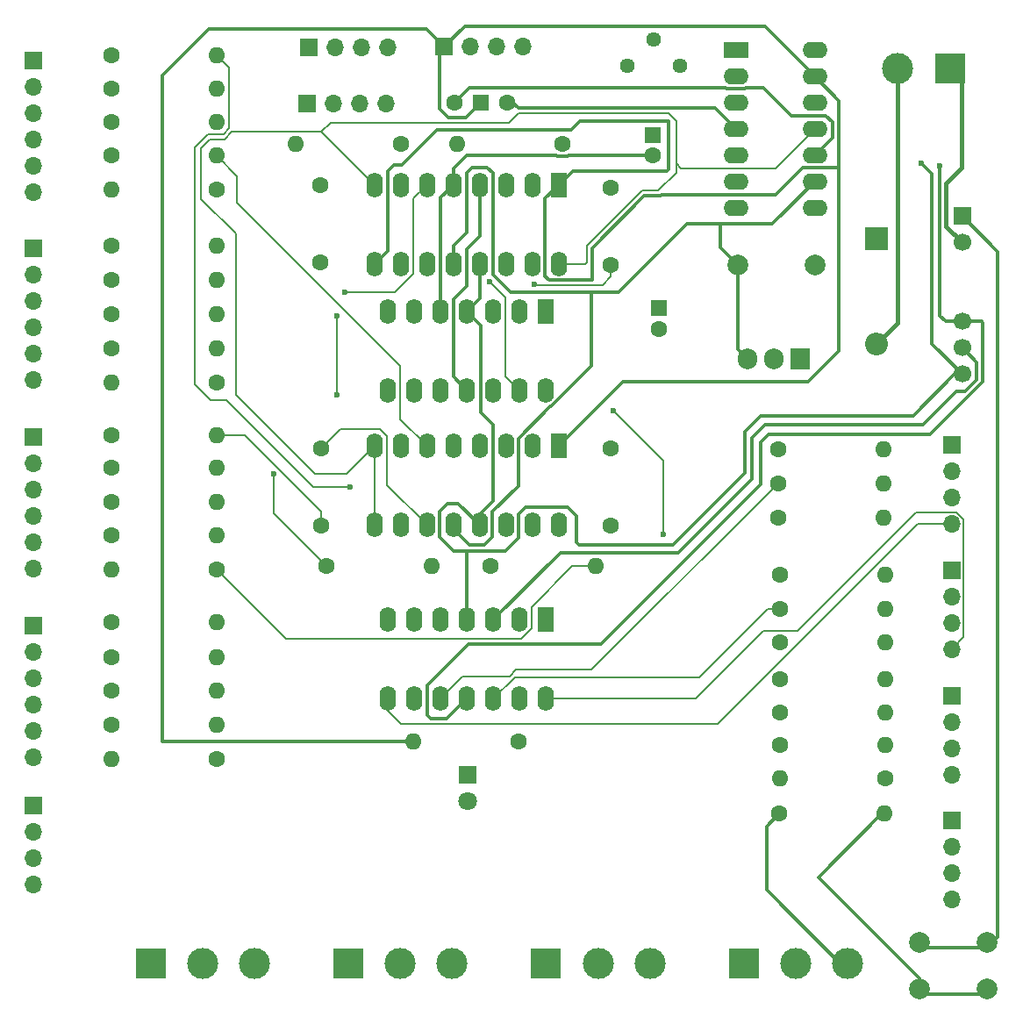
<source format=gbr>
%TF.GenerationSoftware,KiCad,Pcbnew,7.0.11*%
%TF.CreationDate,2025-06-15T15:22:59+10:00*%
%TF.ProjectId,Analog computer,416e616c-6f67-4206-936f-6d7075746572,rev?*%
%TF.SameCoordinates,Original*%
%TF.FileFunction,Copper,L1,Top*%
%TF.FilePolarity,Positive*%
%FSLAX46Y46*%
G04 Gerber Fmt 4.6, Leading zero omitted, Abs format (unit mm)*
G04 Created by KiCad (PCBNEW 7.0.11) date 2025-06-15 15:22:59*
%MOMM*%
%LPD*%
G01*
G04 APERTURE LIST*
%TA.AperFunction,ComponentPad*%
%ADD10R,1.700000X1.700000*%
%TD*%
%TA.AperFunction,ComponentPad*%
%ADD11O,1.700000X1.700000*%
%TD*%
%TA.AperFunction,ComponentPad*%
%ADD12C,1.600000*%
%TD*%
%TA.AperFunction,ComponentPad*%
%ADD13O,1.600000X1.600000*%
%TD*%
%TA.AperFunction,ComponentPad*%
%ADD14R,1.600000X1.600000*%
%TD*%
%TA.AperFunction,ComponentPad*%
%ADD15R,1.800000X1.800000*%
%TD*%
%TA.AperFunction,ComponentPad*%
%ADD16C,1.800000*%
%TD*%
%TA.AperFunction,ComponentPad*%
%ADD17R,2.200000X2.200000*%
%TD*%
%TA.AperFunction,ComponentPad*%
%ADD18O,2.200000X2.200000*%
%TD*%
%TA.AperFunction,ComponentPad*%
%ADD19R,1.600000X2.400000*%
%TD*%
%TA.AperFunction,ComponentPad*%
%ADD20O,1.600000X2.400000*%
%TD*%
%TA.AperFunction,ComponentPad*%
%ADD21R,2.400000X1.600000*%
%TD*%
%TA.AperFunction,ComponentPad*%
%ADD22O,2.400000X1.600000*%
%TD*%
%TA.AperFunction,ComponentPad*%
%ADD23R,3.000000X3.000000*%
%TD*%
%TA.AperFunction,ComponentPad*%
%ADD24C,3.000000*%
%TD*%
%TA.AperFunction,ComponentPad*%
%ADD25R,1.905000X2.000000*%
%TD*%
%TA.AperFunction,ComponentPad*%
%ADD26O,1.905000X2.000000*%
%TD*%
%TA.AperFunction,ComponentPad*%
%ADD27C,2.000000*%
%TD*%
%TA.AperFunction,ComponentPad*%
%ADD28R,1.500000X1.500000*%
%TD*%
%TA.AperFunction,ComponentPad*%
%ADD29C,1.440000*%
%TD*%
%TA.AperFunction,ComponentPad*%
%ADD30C,1.700000*%
%TD*%
%TA.AperFunction,ViaPad*%
%ADD31C,0.600000*%
%TD*%
%TA.AperFunction,Conductor*%
%ADD32C,0.200000*%
%TD*%
%TA.AperFunction,Conductor*%
%ADD33C,0.350000*%
%TD*%
%TA.AperFunction,Conductor*%
%ADD34C,0.400000*%
%TD*%
G04 APERTURE END LIST*
D10*
%TO.P,J2,1,Pin_1*%
%TO.N,+15V*%
X99670000Y-41180000D03*
D11*
%TO.P,J2,2,Pin_2*%
X102210000Y-41180000D03*
%TO.P,J2,3,Pin_3*%
X104750000Y-41180000D03*
%TO.P,J2,4,Pin_4*%
X107290000Y-41180000D03*
%TD*%
D12*
%TO.P,R6,1*%
%TO.N,Net-(U1C-+)*%
X144920000Y-83220000D03*
D13*
%TO.P,R6,2*%
%TO.N,summer A input 2*%
X155080000Y-83220000D03*
%TD*%
D14*
%TO.P,C1,1*%
%TO.N,Net-(C1-Pad1)*%
X132840000Y-49610000D03*
D12*
%TO.P,C1,2*%
%TO.N,GND*%
X132840000Y-51610000D03*
%TD*%
D10*
%TO.P,COEF_A\u002CB1,1,Pin_1*%
%TO.N,Coef A input*%
X73040000Y-114280000D03*
D11*
%TO.P,COEF_A\u002CB1,2,Pin_2*%
%TO.N,Coef A Output*%
X73040000Y-116820000D03*
%TO.P,COEF_A\u002CB1,3,Pin_3*%
%TO.N,Coef B input*%
X73040000Y-119360000D03*
%TO.P,COEF_A\u002CB1,4,Pin_4*%
%TO.N,Coef B Output*%
X73040000Y-121900000D03*
%TD*%
D12*
%TO.P,R5,1*%
%TO.N,Net-(U1C-+)*%
X144920000Y-79930000D03*
D13*
%TO.P,R5,2*%
%TO.N,summer A input 1*%
X155080000Y-79930000D03*
%TD*%
D12*
%TO.P,R33,1*%
%TO.N,initial voltage input D*%
X80550000Y-96650000D03*
D13*
%TO.P,R33,2*%
%TO.N,Net-(C5-Pad2)*%
X90710000Y-96650000D03*
%TD*%
D12*
%TO.P,R3,1*%
%TO.N,Inverter B ouput*%
X155230000Y-111700000D03*
D13*
%TO.P,R3,2*%
%TO.N,Net-(U1B--)*%
X145070000Y-111700000D03*
%TD*%
D12*
%TO.P,C2,1*%
%TO.N,Net-(U4A--)*%
X128778000Y-79816000D03*
%TO.P,C2,2*%
%TO.N,Net-(C2-Pad2)*%
X128778000Y-87316000D03*
%TD*%
%TO.P,R36,1*%
%TO.N,Net-(U1C-+)*%
X144920000Y-86510000D03*
D13*
%TO.P,R36,2*%
%TO.N,summer A input 3 (10x)*%
X155080000Y-86510000D03*
%TD*%
D12*
%TO.P,R9,1*%
%TO.N,int A input 2*%
X80550000Y-48370000D03*
D13*
%TO.P,R9,2*%
%TO.N,Net-(R41-Pad2)*%
X90710000Y-48370000D03*
%TD*%
D15*
%TO.P,D1,1,K*%
%TO.N,GND*%
X114990000Y-111360000D03*
D16*
%TO.P,D1,2,A*%
%TO.N,Net-(D1-A)*%
X114990000Y-113900000D03*
%TD*%
D17*
%TO.P,D2,1,K*%
%TO.N,Net-(D2-K)*%
X154410000Y-59610000D03*
D18*
%TO.P,D2,2,A*%
%TO.N,Net-(D2-A)*%
X154410000Y-69770000D03*
%TD*%
D12*
%TO.P,R29,1*%
%TO.N,int D input 1*%
X80550000Y-99970000D03*
D13*
%TO.P,R29,2*%
%TO.N,Net-(R18-Pad2)*%
X90710000Y-99970000D03*
%TD*%
D19*
%TO.P,U1,1*%
%TO.N,Inverter A ouput*%
X122520000Y-96380000D03*
D20*
%TO.P,U1,2,-*%
%TO.N,Net-(U1A--)*%
X119980000Y-96380000D03*
%TO.P,U1,3,+*%
%TO.N,GND*%
X117440000Y-96380000D03*
%TO.P,U1,4,V+*%
%TO.N,+15V*%
X114900000Y-96380000D03*
%TO.P,U1,5,+*%
%TO.N,GND*%
X112360000Y-96380000D03*
%TO.P,U1,6,-*%
%TO.N,Net-(U1B--)*%
X109820000Y-96380000D03*
%TO.P,U1,7*%
%TO.N,Inverter B ouput*%
X107280000Y-96380000D03*
%TO.P,U1,8*%
%TO.N,Summer A ouput*%
X107280000Y-104000000D03*
%TO.P,U1,9,-*%
X109820000Y-104000000D03*
%TO.P,U1,10,+*%
%TO.N,Net-(U1C-+)*%
X112360000Y-104000000D03*
%TO.P,U1,11,V-*%
%TO.N,-15V*%
X114900000Y-104000000D03*
%TO.P,U1,12,+*%
%TO.N,Net-(U1D-+)*%
X117440000Y-104000000D03*
%TO.P,U1,13,-*%
%TO.N,Summer B ouput*%
X119980000Y-104000000D03*
%TO.P,U1,14*%
X122520000Y-104000000D03*
%TD*%
D12*
%TO.P,R8,1*%
%TO.N,int A input 1*%
X80550000Y-45130000D03*
D13*
%TO.P,R8,2*%
%TO.N,Net-(R41-Pad2)*%
X90710000Y-45130000D03*
%TD*%
D21*
%TO.P,U6,1*%
%TO.N,+5V*%
X140840000Y-41400000D03*
D22*
%TO.P,U6,2*%
%TO.N,Net-(C1-Pad1)*%
X140840000Y-43940000D03*
%TO.P,U6,3*%
%TO.N,Net-(RV5-Pad2)*%
X140840000Y-46480000D03*
%TO.P,U6,4*%
%TO.N,Net-(SW2-C)*%
X140840000Y-49020000D03*
%TO.P,U6,5*%
%TO.N,+5V*%
X140840000Y-51560000D03*
%TO.P,U6,6*%
%TO.N,Net-(RV5-Pad2)*%
X140840000Y-54100000D03*
%TO.P,U6,7,Vss*%
%TO.N,GND*%
X140840000Y-56640000D03*
%TO.P,U6,8*%
%TO.N,Net-(R10-Pad2)*%
X148460000Y-56640000D03*
%TO.P,U6,9*%
%TO.N,+5V*%
X148460000Y-54100000D03*
%TO.P,U6,10*%
%TO.N,Net-(SW2-A)*%
X148460000Y-51560000D03*
%TO.P,U6,11*%
%TO.N,operate switch input*%
X148460000Y-49020000D03*
%TO.P,U6,12*%
%TO.N,+5V*%
X148460000Y-46480000D03*
%TO.P,U6,13*%
%TO.N,TRIG out*%
X148460000Y-43940000D03*
%TO.P,U6,14,Vdd*%
%TO.N,+5V*%
X148460000Y-41400000D03*
%TD*%
D23*
%TO.P,RV1,1,1*%
%TO.N,Coef A input*%
X84408000Y-129538000D03*
D24*
%TO.P,RV1,2,2*%
%TO.N,Coef A Output*%
X89408000Y-129538000D03*
%TO.P,RV1,3,3*%
%TO.N,GND*%
X94408000Y-129538000D03*
%TD*%
D12*
%TO.P,R22,1*%
%TO.N,int C input 1*%
X80550000Y-81750000D03*
D13*
%TO.P,R22,2*%
%TO.N,Net-(R11-Pad2)*%
X90710000Y-81750000D03*
%TD*%
D23*
%TO.P,J3,1,Pin_1*%
%TO.N,GND*%
X161544000Y-43180000D03*
D24*
%TO.P,J3,2,Pin_2*%
%TO.N,Net-(D2-A)*%
X156464000Y-43180000D03*
%TD*%
D12*
%TO.P,R7,1*%
%TO.N,Net-(D1-A)*%
X119850000Y-108160000D03*
D13*
%TO.P,R7,2*%
%TO.N,TRIG out*%
X109690000Y-108160000D03*
%TD*%
D25*
%TO.P,U7,1,IN*%
%TO.N,Net-(D2-K)*%
X147066000Y-71240000D03*
D26*
%TO.P,U7,2,GND*%
%TO.N,GND*%
X144526000Y-71240000D03*
%TO.P,U7,3,OUT*%
%TO.N,+5V*%
X141986000Y-71240000D03*
%TD*%
D12*
%TO.P,R27,1*%
%TO.N,Net-(C4-Pad2)*%
X117130000Y-91240000D03*
D13*
%TO.P,R27,2*%
%TO.N,Net-(R27-Pad2)*%
X127290000Y-91240000D03*
%TD*%
D12*
%TO.P,R37,1*%
%TO.N,Net-(U1D-+)*%
X145110000Y-92050000D03*
D13*
%TO.P,R37,2*%
%TO.N,summer B input 1*%
X155270000Y-92050000D03*
%TD*%
D10*
%TO.P,INT_D1,1,Pin_1*%
%TO.N,initial voltage input D*%
X73090000Y-96932500D03*
D11*
%TO.P,INT_D1,2,Pin_2*%
%TO.N,int D input 1*%
X73090000Y-99472500D03*
%TO.P,INT_D1,3,Pin_3*%
%TO.N,int D input 2*%
X73090000Y-102012500D03*
%TO.P,INT_D1,4,Pin_4*%
%TO.N,int D input 3 (10x)*%
X73090000Y-104552500D03*
%TO.P,INT_D1,5,Pin_5*%
%TO.N,int D output*%
X73090000Y-107092500D03*
%TO.P,INT_D1,6,Pin_6*%
X73090000Y-109632500D03*
%TD*%
D23*
%TO.P,RV2,1,1*%
%TO.N,Coef B input*%
X103474666Y-129538000D03*
D24*
%TO.P,RV2,2,2*%
%TO.N,Coef B Output*%
X108474666Y-129538000D03*
%TO.P,RV2,3,3*%
%TO.N,GND*%
X113474666Y-129538000D03*
%TD*%
D10*
%TO.P,COEF_D\u002CC1,1,Pin_1*%
%TO.N,Coef C input*%
X161690000Y-115790000D03*
D11*
%TO.P,COEF_D\u002CC1,2,Pin_2*%
%TO.N,Coef C Output*%
X161690000Y-118330000D03*
%TO.P,COEF_D\u002CC1,3,Pin_3*%
%TO.N,Coef D input*%
X161690000Y-120870000D03*
%TO.P,COEF_D\u002CC1,4,Pin_4*%
%TO.N,Coef D Output*%
X161690000Y-123410000D03*
%TD*%
D12*
%TO.P,C5,1*%
%TO.N,Net-(U4D--)*%
X100750000Y-54416000D03*
%TO.P,C5,2*%
%TO.N,Net-(C5-Pad2)*%
X100750000Y-61916000D03*
%TD*%
%TO.P,R26,1*%
%TO.N,initial voltage input C*%
X80550000Y-78550000D03*
D13*
%TO.P,R26,2*%
%TO.N,Net-(C4-Pad2)*%
X90710000Y-78550000D03*
%TD*%
D12*
%TO.P,R13,1*%
%TO.N,Net-(R12-Pad2)*%
X108510000Y-50500000D03*
D13*
%TO.P,R13,2*%
%TO.N,Net-(C2-Pad2)*%
X98350000Y-50500000D03*
%TD*%
D27*
%TO.P,SW1,1,1*%
%TO.N,+5V*%
X158590000Y-127544000D03*
X165090000Y-127544000D03*
%TO.P,SW1,2,2*%
%TO.N,Net-(R10-Pad2)*%
X158590000Y-132044000D03*
X165090000Y-132044000D03*
%TD*%
D10*
%TO.P,INVERTER_A\u002CB1,1,Pin_1*%
%TO.N,inverter A input*%
X161690000Y-103703332D03*
D11*
%TO.P,INVERTER_A\u002CB1,2,Pin_2*%
%TO.N,Inverter A ouput*%
X161690000Y-106243332D03*
%TO.P,INVERTER_A\u002CB1,3,Pin_3*%
%TO.N,inverter B input*%
X161690000Y-108783332D03*
%TO.P,INVERTER_A\u002CB1,4,Pin_4*%
%TO.N,Inverter B ouput*%
X161690000Y-111323332D03*
%TD*%
D19*
%TO.P,U3,1*%
%TO.N,TRIG out*%
X123740000Y-79640000D03*
D20*
%TO.P,U3,2*%
%TO.N,Net-(U4A--)*%
X121200000Y-79640000D03*
%TO.P,U3,3*%
%TO.N,Net-(R12-Pad2)*%
X118660000Y-79640000D03*
%TO.P,U3,4,V-*%
%TO.N,-15V*%
X116120000Y-79640000D03*
%TO.P,U3,5,GND*%
%TO.N,GND*%
X113580000Y-79640000D03*
%TO.P,U3,6*%
%TO.N,Net-(R41-Pad2)*%
X111040000Y-79640000D03*
%TO.P,U3,7*%
%TO.N,Net-(U4A--)*%
X108500000Y-79640000D03*
%TO.P,U3,8*%
%TO.N,operate switch input*%
X105960000Y-79640000D03*
%TO.P,U3,9*%
X105960000Y-87260000D03*
%TO.P,U3,10*%
%TO.N,Net-(R11-Pad2)*%
X108500000Y-87260000D03*
%TO.P,U3,11*%
%TO.N,Net-(U4C--)*%
X111040000Y-87260000D03*
%TO.P,U3,12,VL*%
%TO.N,+5V*%
X113580000Y-87260000D03*
%TO.P,U3,13,V+*%
%TO.N,+15V*%
X116120000Y-87260000D03*
%TO.P,U3,14*%
%TO.N,Net-(C4-Pad2)*%
X118660000Y-87260000D03*
%TO.P,U3,15*%
%TO.N,Net-(U4C--)*%
X121200000Y-87260000D03*
%TO.P,U3,16*%
%TO.N,TRIG out*%
X123740000Y-87260000D03*
%TD*%
D12*
%TO.P,R41,1*%
%TO.N,int A input 3 (10x)*%
X80550000Y-51570000D03*
D13*
%TO.P,R41,2*%
%TO.N,Net-(R41-Pad2)*%
X90710000Y-51570000D03*
%TD*%
D12*
%TO.P,R4,1*%
%TO.N,Net-(U1B--)*%
X145070000Y-108503332D03*
D13*
%TO.P,R4,2*%
%TO.N,inverter B input*%
X155230000Y-108503332D03*
%TD*%
D12*
%TO.P,R20,1*%
%TO.N,Net-(C3-Pad2)*%
X124090000Y-50500000D03*
D13*
%TO.P,R20,2*%
%TO.N,Net-(R20-Pad2)*%
X113930000Y-50500000D03*
%TD*%
D10*
%TO.P,J9,1,Pin_1*%
%TO.N,TRIG out*%
X112700000Y-41110000D03*
D11*
%TO.P,J9,2,Pin_2*%
X115240000Y-41110000D03*
%TO.P,J9,3,Pin_3*%
%TO.N,GND*%
X117780000Y-41110000D03*
%TO.P,J9,4,Pin_4*%
X120320000Y-41110000D03*
%TD*%
D12*
%TO.P,R10,1*%
%TO.N,GND*%
X145050000Y-115060000D03*
D13*
%TO.P,R10,2*%
%TO.N,Net-(R10-Pad2)*%
X155210000Y-115060000D03*
%TD*%
D12*
%TO.P,R18,1*%
%TO.N,int D input 3 (10x)*%
X80550000Y-106510000D03*
D13*
%TO.P,R18,2*%
%TO.N,Net-(R18-Pad2)*%
X90710000Y-106510000D03*
%TD*%
D23*
%TO.P,RV3,1,1*%
%TO.N,Coef C input*%
X122541332Y-129538000D03*
D24*
%TO.P,RV3,2,2*%
%TO.N,Coef C Output*%
X127541332Y-129538000D03*
%TO.P,RV3,3,3*%
%TO.N,GND*%
X132541332Y-129538000D03*
%TD*%
D12*
%TO.P,R14,1*%
%TO.N,Net-(C2-Pad2)*%
X90710000Y-54850000D03*
D13*
%TO.P,R14,2*%
%TO.N,int A output*%
X80550000Y-54850000D03*
%TD*%
D12*
%TO.P,R15,1*%
%TO.N,int B input 1*%
X80550000Y-63580000D03*
D13*
%TO.P,R15,2*%
%TO.N,Net-(R15-Pad2)*%
X90710000Y-63580000D03*
%TD*%
D28*
%TO.P,SW2,1,B*%
%TO.N,TRIG out*%
X116250000Y-46460000D03*
D12*
%TO.P,SW2,2,C*%
%TO.N,Net-(SW2-C)*%
X118790000Y-46460000D03*
%TO.P,SW2,3,A*%
%TO.N,Net-(SW2-A)*%
X113710000Y-46460000D03*
%TD*%
D19*
%TO.P,U5,1*%
%TO.N,TRIG out*%
X123740000Y-54430000D03*
D20*
%TO.P,U5,2*%
%TO.N,Net-(U4B--)*%
X121200000Y-54430000D03*
%TO.P,U5,3*%
%TO.N,Net-(C3-Pad2)*%
X118660000Y-54430000D03*
%TO.P,U5,4,V-*%
%TO.N,-15V*%
X116120000Y-54430000D03*
%TO.P,U5,5,GND*%
%TO.N,GND*%
X113580000Y-54430000D03*
%TO.P,U5,6*%
%TO.N,Net-(R15-Pad2)*%
X111040000Y-54430000D03*
%TO.P,U5,7*%
%TO.N,Net-(U4B--)*%
X108500000Y-54430000D03*
%TO.P,U5,8*%
%TO.N,operate switch input*%
X105960000Y-54430000D03*
%TO.P,U5,9*%
%TO.N,TRIG out*%
X105960000Y-62050000D03*
%TO.P,U5,10*%
%TO.N,Net-(U4D--)*%
X108500000Y-62050000D03*
%TO.P,U5,11*%
%TO.N,Net-(C5-Pad2)*%
X111040000Y-62050000D03*
%TO.P,U5,12,VL*%
%TO.N,+5V*%
X113580000Y-62050000D03*
%TO.P,U5,13,V+*%
%TO.N,+15V*%
X116120000Y-62050000D03*
%TO.P,U5,14*%
%TO.N,Net-(U4D--)*%
X118660000Y-62050000D03*
%TO.P,U5,15*%
%TO.N,Net-(R18-Pad2)*%
X121200000Y-62050000D03*
%TO.P,U5,16*%
%TO.N,operate switch input*%
X123740000Y-62050000D03*
%TD*%
D12*
%TO.P,R21,1*%
%TO.N,Net-(R20-Pad2)*%
X90710000Y-73510000D03*
D13*
%TO.P,R21,2*%
%TO.N,int B output*%
X80550000Y-73510000D03*
%TD*%
D23*
%TO.P,RV4,1,1*%
%TO.N,Coef D input*%
X141628000Y-129538000D03*
D24*
%TO.P,RV4,2,2*%
%TO.N,Coef D Output*%
X146628000Y-129538000D03*
%TO.P,RV4,3,3*%
%TO.N,GND*%
X151628000Y-129538000D03*
%TD*%
D12*
%TO.P,R19,1*%
%TO.N,initial voltage input B*%
X80550000Y-60300000D03*
D13*
%TO.P,R19,2*%
%TO.N,Net-(C3-Pad2)*%
X90710000Y-60300000D03*
%TD*%
D12*
%TO.P,R35,1*%
%TO.N,Net-(R34-Pad2)*%
X90710000Y-109860000D03*
D13*
%TO.P,R35,2*%
%TO.N,int D output*%
X80550000Y-109860000D03*
%TD*%
D27*
%TO.P,C8,1*%
%TO.N,+5V*%
X141030000Y-62130000D03*
%TO.P,C8,2*%
%TO.N,GND*%
X148530000Y-62130000D03*
%TD*%
D10*
%TO.P,SUMMER_A1,1,Pin_1*%
%TO.N,summer A input 1*%
X161690000Y-79530000D03*
D11*
%TO.P,SUMMER_A1,2,Pin_2*%
%TO.N,summer A input 2*%
X161690000Y-82070000D03*
%TO.P,SUMMER_A1,3,Pin_3*%
%TO.N,summer A input 3 (10x)*%
X161690000Y-84610000D03*
%TO.P,SUMMER_A1,4,Pin_4*%
%TO.N,Summer A ouput*%
X161690000Y-87150000D03*
%TD*%
D14*
%TO.P,C7,1*%
%TO.N,Net-(D2-K)*%
X133410000Y-66310000D03*
D12*
%TO.P,C7,2*%
%TO.N,GND*%
X133410000Y-68310000D03*
%TD*%
%TO.P,C4,1*%
%TO.N,Net-(U4C--)*%
X100838000Y-79816000D03*
%TO.P,C4,2*%
%TO.N,Net-(C4-Pad2)*%
X100838000Y-87316000D03*
%TD*%
%TO.P,R28,1*%
%TO.N,Net-(R27-Pad2)*%
X90710000Y-91500000D03*
D13*
%TO.P,R28,2*%
%TO.N,int C output*%
X80550000Y-91500000D03*
%TD*%
D10*
%TO.P,J1,1,Pin_1*%
%TO.N,-15V*%
X99490000Y-46560000D03*
D11*
%TO.P,J1,2,Pin_2*%
X102030000Y-46560000D03*
%TO.P,J1,3,Pin_3*%
X104570000Y-46560000D03*
%TO.P,J1,4,Pin_4*%
X107110000Y-46560000D03*
%TD*%
D12*
%TO.P,R40,1*%
%TO.N,Net-(U1D-+)*%
X145110000Y-98570000D03*
D13*
%TO.P,R40,2*%
%TO.N,summer B input 3 (10x)*%
X155270000Y-98570000D03*
%TD*%
D29*
%TO.P,RV5,1,1*%
%TO.N,Net-(C1-Pad1)*%
X135460000Y-42980000D03*
%TO.P,RV5,2,2*%
%TO.N,Net-(RV5-Pad2)*%
X132920000Y-40440000D03*
%TO.P,RV5,3,3*%
%TO.N,unconnected-(RV5-Pad3)*%
X130380000Y-42980000D03*
%TD*%
D12*
%TO.P,R34,1*%
%TO.N,Net-(C5-Pad2)*%
X101350000Y-91240000D03*
D13*
%TO.P,R34,2*%
%TO.N,Net-(R34-Pad2)*%
X111510000Y-91240000D03*
%TD*%
D12*
%TO.P,R11,1*%
%TO.N,int C input 3 (10x)*%
X80550000Y-88230000D03*
D13*
%TO.P,R11,2*%
%TO.N,Net-(R11-Pad2)*%
X90710000Y-88230000D03*
%TD*%
D12*
%TO.P,R38,1*%
%TO.N,Net-(U1D-+)*%
X145110000Y-95310000D03*
D13*
%TO.P,R38,2*%
%TO.N,summer B input 2*%
X155270000Y-95310000D03*
%TD*%
D12*
%TO.P,R16,1*%
%TO.N,int B input 2*%
X80550000Y-66920000D03*
D13*
%TO.P,R16,2*%
%TO.N,Net-(R15-Pad2)*%
X90710000Y-66920000D03*
%TD*%
D12*
%TO.P,R2,1*%
%TO.N,Net-(U1A--)*%
X145070000Y-105306666D03*
D13*
%TO.P,R2,2*%
%TO.N,Inverter A ouput*%
X155230000Y-105306666D03*
%TD*%
D12*
%TO.P,R12,1*%
%TO.N,initial voltage input A*%
X80550000Y-41890000D03*
D13*
%TO.P,R12,2*%
%TO.N,Net-(R12-Pad2)*%
X90710000Y-41890000D03*
%TD*%
D12*
%TO.P,R30,1*%
%TO.N,int D input 2*%
X80550000Y-103240000D03*
D13*
%TO.P,R30,2*%
%TO.N,Net-(R18-Pad2)*%
X90710000Y-103240000D03*
%TD*%
D10*
%TO.P,U2,1,VIN+*%
%TO.N,+5V*%
X162690000Y-57460000D03*
D30*
%TO.P,U2,2,VIN-*%
%TO.N,GND*%
X162690000Y-60000000D03*
%TO.P,U2,4,VOUT-*%
%TO.N,-15V*%
X162690000Y-67620000D03*
%TO.P,U2,5,0V*%
%TO.N,GND*%
X162690000Y-70160000D03*
%TO.P,U2,6,VOUT+*%
%TO.N,+15V*%
X162690000Y-72700000D03*
%TD*%
D19*
%TO.P,U4,1*%
%TO.N,Net-(C2-Pad2)*%
X122490000Y-66610000D03*
D20*
%TO.P,U4,2,-*%
%TO.N,Net-(U4A--)*%
X119950000Y-66610000D03*
%TO.P,U4,3,+*%
%TO.N,GND*%
X117410000Y-66610000D03*
%TO.P,U4,4,V+*%
%TO.N,+15V*%
X114870000Y-66610000D03*
%TO.P,U4,5,+*%
%TO.N,GND*%
X112330000Y-66610000D03*
%TO.P,U4,6,-*%
%TO.N,Net-(U4B--)*%
X109790000Y-66610000D03*
%TO.P,U4,7*%
%TO.N,Net-(R20-Pad2)*%
X107250000Y-66610000D03*
%TO.P,U4,8*%
%TO.N,Net-(R27-Pad2)*%
X107250000Y-74230000D03*
%TO.P,U4,9,-*%
%TO.N,Net-(U4C--)*%
X109790000Y-74230000D03*
%TO.P,U4,10,+*%
%TO.N,GND*%
X112330000Y-74230000D03*
%TO.P,U4,11,V-*%
%TO.N,-15V*%
X114870000Y-74230000D03*
%TO.P,U4,12,+*%
%TO.N,GND*%
X117410000Y-74230000D03*
%TO.P,U4,13,-*%
%TO.N,Net-(U4D--)*%
X119950000Y-74230000D03*
%TO.P,U4,14*%
%TO.N,Net-(R34-Pad2)*%
X122490000Y-74230000D03*
%TD*%
D10*
%TO.P,INT_C1,1,Pin_1*%
%TO.N,initial voltage input C*%
X73090000Y-78755000D03*
D11*
%TO.P,INT_C1,2,Pin_2*%
%TO.N,int C input 1*%
X73090000Y-81295000D03*
%TO.P,INT_C1,3,Pin_3*%
%TO.N,int C input 2*%
X73090000Y-83835000D03*
%TO.P,INT_C1,4,Pin_4*%
%TO.N,int C input 3 (10x)*%
X73090000Y-86375000D03*
%TO.P,INT_C1,5,Pin_5*%
%TO.N,int C output*%
X73090000Y-88915000D03*
%TO.P,INT_C1,6,Pin_6*%
X73090000Y-91455000D03*
%TD*%
D12*
%TO.P,C3,1*%
%TO.N,Net-(U4B--)*%
X128778000Y-62170000D03*
%TO.P,C3,2*%
%TO.N,Net-(C3-Pad2)*%
X128778000Y-54670000D03*
%TD*%
D10*
%TO.P,INT_A1,1,Pin_1*%
%TO.N,initial voltage input A*%
X73090000Y-42400000D03*
D11*
%TO.P,INT_A1,2,Pin_2*%
%TO.N,int A input 1*%
X73090000Y-44940000D03*
%TO.P,INT_A1,3,Pin_3*%
%TO.N,int A input 2*%
X73090000Y-47480000D03*
%TO.P,INT_A1,4,Pin_4*%
%TO.N,int A input 3 (10x)*%
X73090000Y-50020000D03*
%TO.P,INT_A1,5,Pin_5*%
%TO.N,int A output*%
X73090000Y-52560000D03*
%TO.P,INT_A1,6,Pin_6*%
X73090000Y-55100000D03*
%TD*%
D12*
%TO.P,R1,1*%
%TO.N,Net-(U1A--)*%
X145070000Y-102110000D03*
D13*
%TO.P,R1,2*%
%TO.N,inverter A input*%
X155230000Y-102110000D03*
%TD*%
D10*
%TO.P,SUMMER_B1,1,Pin_1*%
%TO.N,summer B input 1*%
X161690000Y-91616666D03*
D11*
%TO.P,SUMMER_B1,2,Pin_2*%
%TO.N,summer B input 2*%
X161690000Y-94156666D03*
%TO.P,SUMMER_B1,3,Pin_3*%
%TO.N,summer B input 3 (10x)*%
X161690000Y-96696666D03*
%TO.P,SUMMER_B1,4,Pin_4*%
%TO.N,Summer B ouput*%
X161690000Y-99236666D03*
%TD*%
D12*
%TO.P,R23,1*%
%TO.N,int C input 2*%
X80550000Y-84980000D03*
D13*
%TO.P,R23,2*%
%TO.N,Net-(R11-Pad2)*%
X90710000Y-84980000D03*
%TD*%
D12*
%TO.P,R42,1*%
%TO.N,int B input 3 (10x)*%
X80550000Y-70180000D03*
D13*
%TO.P,R42,2*%
%TO.N,Net-(R15-Pad2)*%
X90710000Y-70180000D03*
%TD*%
D10*
%TO.P,INT_B1,1,Pin_1*%
%TO.N,initial voltage input B*%
X73090000Y-60577500D03*
D11*
%TO.P,INT_B1,2,Pin_2*%
%TO.N,int B input 1*%
X73090000Y-63117500D03*
%TO.P,INT_B1,3,Pin_3*%
%TO.N,int B input 2*%
X73090000Y-65657500D03*
%TO.P,INT_B1,4,Pin_4*%
%TO.N,int B input 3 (10x)*%
X73090000Y-68197500D03*
%TO.P,INT_B1,5,Pin_5*%
%TO.N,int B output*%
X73090000Y-70737500D03*
%TO.P,INT_B1,6,Pin_6*%
X73090000Y-73277500D03*
%TD*%
D31*
%TO.N,Net-(U4B--)*%
X121412000Y-64008000D03*
%TO.N,Net-(U4D--)*%
X117094000Y-63770000D03*
%TO.N,Net-(C5-Pad2)*%
X96266000Y-82296000D03*
X102362000Y-74676000D03*
X102362000Y-67056000D03*
%TO.N,Net-(R12-Pad2)*%
X103632000Y-83566000D03*
%TO.N,Net-(R15-Pad2)*%
X103124000Y-64770000D03*
%TO.N,Net-(R34-Pad2)*%
X133858000Y-88138000D03*
X129032000Y-76200000D03*
%TO.N,+15V*%
X158750000Y-52352182D03*
%TO.N,-15V*%
X160528000Y-52578000D03*
%TD*%
D32*
%TO.N,Net-(U4B--)*%
X127979370Y-64100000D02*
X128778000Y-63301370D01*
X128778000Y-63301370D02*
X128778000Y-62170000D01*
X121412000Y-64008000D02*
X121504000Y-64100000D01*
X121504000Y-64100000D02*
X127979370Y-64100000D01*
%TO.N,Net-(U4C--)*%
X106510000Y-77990000D02*
X102664000Y-77990000D01*
X111040000Y-87260000D02*
X107188000Y-83408000D01*
X102664000Y-77990000D02*
X100750000Y-79904000D01*
X107188000Y-83408000D02*
X107188000Y-78668000D01*
X107188000Y-78668000D02*
X106510000Y-77990000D01*
%TO.N,Net-(C4-Pad2)*%
X93460000Y-78550000D02*
X90710000Y-78550000D01*
X100838000Y-87316000D02*
X100838000Y-85928000D01*
X100838000Y-85928000D02*
X93460000Y-78550000D01*
%TO.N,Net-(U4D--)*%
X118618000Y-65294000D02*
X118618000Y-72898000D01*
X117094000Y-63770000D02*
X118618000Y-65294000D01*
X118618000Y-72898000D02*
X119950000Y-74230000D01*
%TO.N,Net-(C5-Pad2)*%
X101350000Y-91240000D02*
X96266000Y-86156000D01*
X96266000Y-86156000D02*
X96266000Y-82296000D01*
X102362000Y-74676000D02*
X102362000Y-67056000D01*
%TO.N,Net-(U1C-+)*%
X126920000Y-101220000D02*
X119654314Y-101220000D01*
X119654314Y-101220000D02*
X119004314Y-101870000D01*
X114490000Y-101870000D02*
X112360000Y-104000000D01*
X119004314Y-101870000D02*
X114490000Y-101870000D01*
X144920000Y-83220000D02*
X126920000Y-101220000D01*
%TO.N,Net-(R12-Pad2)*%
X100076000Y-83566000D02*
X103632000Y-83566000D01*
X88646000Y-73660000D02*
X90170000Y-75184000D01*
X89916000Y-49530000D02*
X88646000Y-50800000D01*
X91948000Y-43128000D02*
X91948000Y-48981817D01*
X91694000Y-75184000D02*
X100076000Y-83566000D01*
X91399817Y-49530000D02*
X89916000Y-49530000D01*
X88646000Y-50800000D02*
X88646000Y-73660000D01*
X91948000Y-48981817D02*
X91399817Y-49530000D01*
X90170000Y-75184000D02*
X91694000Y-75184000D01*
X90710000Y-41890000D02*
X91948000Y-43128000D01*
%TO.N,Net-(R15-Pad2)*%
X111040000Y-54430000D02*
X109728000Y-55742000D01*
X107950000Y-64770000D02*
X103124000Y-64770000D01*
X109728000Y-62992000D02*
X107950000Y-64770000D01*
X109728000Y-55742000D02*
X109728000Y-62992000D01*
%TO.N,Net-(R27-Pad2)*%
X121134314Y-95165686D02*
X121134314Y-97181321D01*
X97400000Y-98190000D02*
X90710000Y-91500000D01*
X125060000Y-91240000D02*
X121134314Y-95165686D01*
X121134314Y-97181321D02*
X120125635Y-98190000D01*
X120125635Y-98190000D02*
X97400000Y-98190000D01*
X127290000Y-91240000D02*
X125060000Y-91240000D01*
%TO.N,Net-(R34-Pad2)*%
X129032000Y-76200000D02*
X133858000Y-81026000D01*
X133858000Y-81026000D02*
X133858000Y-88138000D01*
%TO.N,Net-(U1D-+)*%
X137328000Y-101940000D02*
X143958000Y-95310000D01*
X119500000Y-101940000D02*
X137328000Y-101940000D01*
X117440000Y-104000000D02*
X119500000Y-101940000D01*
X143958000Y-95310000D02*
X145110000Y-95310000D01*
D33*
%TO.N,TRIG out*%
X111980000Y-49090000D02*
X108590000Y-52480000D01*
X150810000Y-52730000D02*
X150810000Y-46290000D01*
X122428000Y-63246000D02*
X122807000Y-63625000D01*
X134335000Y-52965000D02*
X134335000Y-48291000D01*
X113120000Y-47900000D02*
X112290000Y-47070000D01*
X123740000Y-54430000D02*
X122428000Y-55742000D01*
X112290000Y-41520000D02*
X112700000Y-41110000D01*
X107230000Y-60780000D02*
X105960000Y-62050000D01*
X143636000Y-39116000D02*
X114694000Y-39116000D01*
X114694000Y-39116000D02*
X112700000Y-41110000D01*
X112290000Y-47070000D02*
X112290000Y-41520000D01*
X134214000Y-53086000D02*
X134335000Y-52965000D01*
X147300000Y-52800000D02*
X150740000Y-52800000D01*
X114810000Y-47900000D02*
X113120000Y-47900000D01*
X107880000Y-52480000D02*
X107230000Y-53130000D01*
X133566751Y-55465000D02*
X133641751Y-55390000D01*
X126957182Y-63625000D02*
X126957182Y-60531117D01*
X85500000Y-108160000D02*
X109690000Y-108160000D01*
X133641751Y-55390000D02*
X144710000Y-55390000D01*
X134304000Y-48260000D02*
X125798000Y-48260000D01*
X85500000Y-43862182D02*
X85500000Y-108160000D01*
X150810000Y-46290000D02*
X148460000Y-43940000D01*
X112700000Y-41110000D02*
X110960000Y-39370000D01*
X108590000Y-52480000D02*
X107880000Y-52480000D01*
X123740000Y-54430000D02*
X125084000Y-53086000D01*
X150810000Y-70424000D02*
X150810000Y-52730000D01*
X89992182Y-39370000D02*
X85500000Y-43862182D01*
X107230000Y-53130000D02*
X107230000Y-60780000D01*
X132023299Y-55465000D02*
X133566751Y-55465000D01*
X125798000Y-48260000D02*
X124968000Y-49090000D01*
X126957182Y-60531117D02*
X132023299Y-55465000D01*
X125084000Y-53086000D02*
X134214000Y-53086000D01*
X144710000Y-55390000D02*
X147300000Y-52800000D01*
X123740000Y-79640000D02*
X129974000Y-73406000D01*
X116250000Y-46460000D02*
X114810000Y-47900000D01*
X134335000Y-48291000D02*
X134304000Y-48260000D01*
X124968000Y-49090000D02*
X111980000Y-49090000D01*
X150740000Y-52800000D02*
X150810000Y-52730000D01*
X148460000Y-43940000D02*
X143636000Y-39116000D01*
X122428000Y-55742000D02*
X122428000Y-63246000D01*
X122807000Y-63625000D02*
X126957182Y-63625000D01*
X110960000Y-39370000D02*
X89992182Y-39370000D01*
X129974000Y-73406000D02*
X147828000Y-73406000D01*
X147828000Y-73406000D02*
X150810000Y-70424000D01*
%TO.N,GND*%
X132292000Y-51562000D02*
X132840000Y-52110000D01*
X117440000Y-96380000D02*
X123900000Y-89920000D01*
X114898000Y-51562000D02*
X123490299Y-51562000D01*
D34*
X161103000Y-58413000D02*
X162690000Y-60000000D01*
X161544000Y-43180000D02*
X162600000Y-44236000D01*
D33*
X123603299Y-51675000D02*
X124576701Y-51675000D01*
D34*
X162600000Y-44236000D02*
X162600000Y-52792000D01*
D33*
X113580000Y-52880000D02*
X114898000Y-51562000D01*
X124689701Y-51562000D02*
X132292000Y-51562000D01*
X164070000Y-71540000D02*
X162690000Y-70160000D01*
X135247818Y-89920000D02*
X142370000Y-82797818D01*
X112330000Y-55680000D02*
X112330000Y-66610000D01*
X162942182Y-74340000D02*
X164070000Y-73212182D01*
X143800000Y-122440000D02*
X143800000Y-116310000D01*
X143800000Y-122440000D02*
X151830000Y-130470000D01*
D34*
X161103000Y-54289000D02*
X161103000Y-58413000D01*
D33*
X113580000Y-54430000D02*
X113580000Y-52880000D01*
D34*
X162600000Y-52792000D02*
X161103000Y-54289000D01*
D33*
X124576701Y-51675000D02*
X124689701Y-51562000D01*
X142370000Y-78864000D02*
X143674000Y-77560000D01*
X123900000Y-89920000D02*
X135247818Y-89920000D01*
X143674000Y-77560000D02*
X158870000Y-77560000D01*
X164070000Y-73212182D02*
X164070000Y-71540000D01*
X123490299Y-51562000D02*
X123603299Y-51675000D01*
X113580000Y-54430000D02*
X112330000Y-55680000D01*
X158870000Y-77560000D02*
X162090000Y-74340000D01*
X162090000Y-74340000D02*
X162942182Y-74340000D01*
X142370000Y-82797818D02*
X142370000Y-78864000D01*
X143800000Y-116310000D02*
X145050000Y-115060000D01*
%TO.N,+15V*%
X143256000Y-76708000D02*
X157988000Y-76708000D01*
X157988000Y-76708000D02*
X161996000Y-72700000D01*
X116235000Y-67975000D02*
X116235000Y-76375000D01*
X114900000Y-89780000D02*
X114880000Y-89760000D01*
X161996000Y-72700000D02*
X162690000Y-72700000D01*
X125730000Y-89154000D02*
X134801000Y-89154000D01*
X120580000Y-85490000D02*
X124606000Y-85490000D01*
X159766000Y-69776000D02*
X162690000Y-72700000D01*
D32*
X114870000Y-66610000D02*
X116310000Y-68050000D01*
D33*
X114900000Y-96380000D02*
X114900000Y-89780000D01*
X116120000Y-86220000D02*
X116120000Y-87260000D01*
X119900000Y-88490000D02*
X119900000Y-86170000D01*
X114880000Y-89760000D02*
X118630000Y-89760000D01*
X112270000Y-85910000D02*
X112270000Y-88380000D01*
X158750000Y-52352182D02*
X158778182Y-52352182D01*
X134801000Y-89154000D02*
X141732000Y-82223000D01*
X159766000Y-53340000D02*
X159766000Y-69776000D01*
X158778182Y-52352182D02*
X159766000Y-53340000D01*
X112270000Y-88380000D02*
X113650000Y-89760000D01*
X141732000Y-82223000D02*
X141732000Y-78232000D01*
X125476000Y-86360000D02*
X125476000Y-88900000D01*
X141732000Y-78232000D02*
X143256000Y-76708000D01*
X117420000Y-77560000D02*
X117420000Y-84920000D01*
X118630000Y-89760000D02*
X119900000Y-88490000D01*
X117420000Y-84920000D02*
X116120000Y-86220000D01*
X116120000Y-87260000D02*
X114040000Y-85180000D01*
X114040000Y-85180000D02*
X113000000Y-85180000D01*
X124606000Y-85490000D02*
X125476000Y-86360000D01*
X116235000Y-76375000D02*
X117420000Y-77560000D01*
X114870000Y-66610000D02*
X116235000Y-67975000D01*
X116120000Y-65360000D02*
X114870000Y-66610000D01*
X125476000Y-88900000D02*
X125730000Y-89154000D01*
X113650000Y-89760000D02*
X114880000Y-89760000D01*
X119900000Y-86170000D02*
X120580000Y-85490000D01*
X113000000Y-85180000D02*
X112270000Y-85910000D01*
X116120000Y-62050000D02*
X116120000Y-65360000D01*
D32*
%TO.N,Summer A ouput*%
X158360000Y-87150000D02*
X161690000Y-87150000D01*
X107280000Y-105160000D02*
X108520000Y-106400000D01*
X139110000Y-106400000D02*
X158360000Y-87150000D01*
X108520000Y-106400000D02*
X139110000Y-106400000D01*
X107280000Y-104000000D02*
X107280000Y-105160000D01*
D33*
%TO.N,-15V*%
X113570000Y-72930000D02*
X114870000Y-74230000D01*
X114900000Y-104000000D02*
X112975000Y-105925000D01*
X114840000Y-64218248D02*
X113570000Y-65488248D01*
X159560000Y-78500000D02*
X164650000Y-73410000D01*
X164650000Y-67730000D02*
X164540000Y-67620000D01*
X164650000Y-73410000D02*
X164650000Y-67730000D01*
X160528000Y-67056000D02*
X161092000Y-67620000D01*
X114840000Y-60630000D02*
X114840000Y-64218248D01*
X111070000Y-105560000D02*
X111070000Y-102730000D01*
X160528000Y-52578000D02*
X160528000Y-67056000D01*
X144030000Y-78500000D02*
X159560000Y-78500000D01*
X115080000Y-98720000D02*
X127848000Y-98720000D01*
X111070000Y-102730000D02*
X115080000Y-98720000D01*
X116120000Y-54430000D02*
X116120000Y-59350000D01*
X111435000Y-105925000D02*
X111070000Y-105560000D01*
X113570000Y-65488248D02*
X113570000Y-72930000D01*
X164540000Y-67620000D02*
X162690000Y-67620000D01*
X143256000Y-79274000D02*
X144030000Y-78500000D01*
X116120000Y-59350000D02*
X114840000Y-60630000D01*
X161092000Y-67620000D02*
X162690000Y-67620000D01*
X127848000Y-98720000D02*
X143256000Y-83312000D01*
X143256000Y-83312000D02*
X143256000Y-79274000D01*
X112975000Y-105925000D02*
X111435000Y-105925000D01*
D32*
%TO.N,Summer B ouput*%
X162840000Y-86673654D02*
X162166346Y-86000000D01*
X136985686Y-104000000D02*
X122520000Y-104000000D01*
X143515686Y-97470000D02*
X136985686Y-104000000D01*
X161690000Y-99236666D02*
X162840000Y-98086666D01*
X162166346Y-86000000D02*
X158268967Y-86000000D01*
X146798967Y-97470000D02*
X143515686Y-97470000D01*
X162840000Y-98086666D02*
X162840000Y-86673654D01*
X158268967Y-86000000D02*
X146798967Y-97470000D01*
D33*
%TO.N,+5V*%
X126870000Y-71911702D02*
X126870000Y-64770000D01*
X122945635Y-75805000D02*
X122976701Y-75805000D01*
X139380000Y-58180000D02*
X139350000Y-58210000D01*
X117380000Y-53260000D02*
X116850000Y-52730000D01*
X139350000Y-60450000D02*
X141030000Y-62130000D01*
X129540000Y-64770000D02*
X136130000Y-58180000D01*
X119835000Y-83465000D02*
X119835000Y-78915635D01*
X113580000Y-87260000D02*
X113580000Y-87630000D01*
X144380000Y-58180000D02*
X139380000Y-58180000D01*
X115160000Y-89210000D02*
X116540000Y-89210000D01*
X166090000Y-60860000D02*
X162690000Y-57460000D01*
X122976701Y-75805000D02*
X126870000Y-71911702D01*
X139350000Y-58210000D02*
X139350000Y-60450000D01*
X126870000Y-64770000D02*
X129540000Y-64770000D01*
X114840000Y-53310000D02*
X114840000Y-59070000D01*
X119084365Y-64770000D02*
X117380000Y-63065635D01*
X166090000Y-126990000D02*
X166090000Y-60860000D01*
X141030000Y-70284000D02*
X141986000Y-71240000D01*
X117380000Y-63065635D02*
X117380000Y-53260000D01*
X116850000Y-52730000D02*
X115420000Y-52730000D01*
X113580000Y-87630000D02*
X115160000Y-89210000D01*
X113580000Y-60330000D02*
X113580000Y-62050000D01*
X126870000Y-64770000D02*
X119084365Y-64770000D01*
X136130000Y-58180000D02*
X139380000Y-58180000D01*
X117370000Y-88380000D02*
X117370000Y-85930000D01*
X116540000Y-89210000D02*
X117370000Y-88380000D01*
X119835000Y-78915635D02*
X122945635Y-75805000D01*
X117370000Y-85930000D02*
X119835000Y-83465000D01*
X141030000Y-62130000D02*
X141030000Y-70284000D01*
X115420000Y-52730000D02*
X114840000Y-53310000D01*
X165090000Y-127990000D02*
X166090000Y-126990000D01*
X148460000Y-54100000D02*
X144380000Y-58180000D01*
X158590000Y-127990000D02*
X165090000Y-127990000D01*
X114840000Y-59070000D02*
X113580000Y-60330000D01*
D32*
%TO.N,operate switch input*%
X135110000Y-48242000D02*
X134353000Y-47485000D01*
X105960000Y-79640000D02*
X103260000Y-82340000D01*
X92220000Y-49320000D02*
X100810000Y-49320000D01*
X89220000Y-55770000D02*
X89220000Y-50870000D01*
X135560000Y-52810000D02*
X144670000Y-52810000D01*
X126482182Y-61877818D02*
X126310000Y-62050000D01*
X133370000Y-54990000D02*
X131826547Y-54990000D01*
X101720000Y-48410000D02*
X100830000Y-49300000D01*
X91490000Y-50050000D02*
X92220000Y-49320000D01*
X100830000Y-49300000D02*
X105960000Y-54430000D01*
X135110000Y-52360000D02*
X135110000Y-48242000D01*
X89220000Y-50870000D02*
X90040000Y-50050000D01*
X126482182Y-60334365D02*
X126482182Y-61877818D01*
X135120000Y-52370000D02*
X135560000Y-52810000D01*
X100810000Y-49320000D02*
X100830000Y-49300000D01*
X118976000Y-48410000D02*
X101720000Y-48410000D01*
X119901000Y-47485000D02*
X118976000Y-48410000D01*
X92590000Y-59140000D02*
X89220000Y-55770000D01*
X131826547Y-54990000D02*
X126482182Y-60334365D01*
X126310000Y-62050000D02*
X123740000Y-62050000D01*
X90040000Y-50050000D02*
X91490000Y-50050000D01*
X103260000Y-82340000D02*
X100220000Y-82340000D01*
X135120000Y-53240000D02*
X133370000Y-54990000D01*
X134353000Y-47485000D02*
X119901000Y-47485000D01*
X105960000Y-87260000D02*
X105960000Y-79640000D01*
X144670000Y-52810000D02*
X148460000Y-49020000D01*
X135120000Y-52370000D02*
X135120000Y-53240000D01*
X100220000Y-82340000D02*
X92590000Y-74710000D01*
X135120000Y-52370000D02*
X135110000Y-52360000D01*
X92590000Y-74710000D02*
X92590000Y-59140000D01*
%TO.N,Net-(R41-Pad2)*%
X90710000Y-51570000D02*
X92710000Y-53570000D01*
X92710000Y-56134000D02*
X108458000Y-71882000D01*
X108458000Y-77058000D02*
X111040000Y-79640000D01*
X92710000Y-53570000D02*
X92710000Y-56134000D01*
X108458000Y-71882000D02*
X108458000Y-77058000D01*
D33*
%TO.N,Net-(SW2-C)*%
X119850000Y-47010000D02*
X138830000Y-47010000D01*
X138830000Y-47010000D02*
X140840000Y-49020000D01*
X118790000Y-46460000D02*
X119300000Y-46460000D01*
X119300000Y-46460000D02*
X119850000Y-47010000D01*
%TO.N,Net-(SW2-A)*%
X150170000Y-48390000D02*
X150170000Y-49850000D01*
X150170000Y-49850000D02*
X148460000Y-51560000D01*
X115140000Y-45030000D02*
X139868299Y-45030000D01*
X146230000Y-47730000D02*
X149510000Y-47730000D01*
X143530000Y-45030000D02*
X146230000Y-47730000D01*
X149510000Y-47730000D02*
X150170000Y-48390000D01*
X113710000Y-46460000D02*
X115140000Y-45030000D01*
X139868299Y-45030000D02*
X139953299Y-45115000D01*
X141726701Y-45115000D02*
X141811701Y-45030000D01*
X141811701Y-45030000D02*
X143530000Y-45030000D01*
X139953299Y-45115000D02*
X141726701Y-45115000D01*
D34*
%TO.N,Net-(D2-A)*%
X156464000Y-67716000D02*
X154410000Y-69770000D01*
X156464000Y-43180000D02*
X156464000Y-67716000D01*
D33*
%TO.N,Net-(R10-Pad2)*%
X165090000Y-132490000D02*
X158590000Y-132490000D01*
X154960000Y-115060000D02*
X155210000Y-115060000D01*
X158590000Y-132490000D02*
X158590000Y-131010000D01*
X158590000Y-131010000D02*
X148800000Y-121220000D01*
X148800000Y-121220000D02*
X154960000Y-115060000D01*
%TD*%
M02*

</source>
